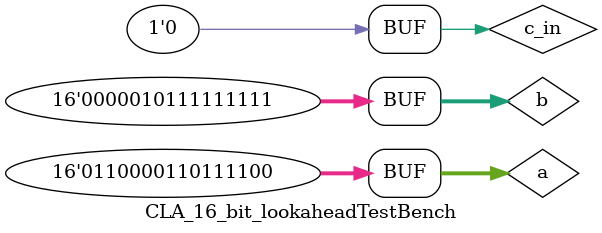
<source format=v>
`timescale 1ns / 1ps


/*
# ---------------------------------------------------------
    # COMPUTER ORGANIZATION LABORATORY
    # AUTUMN SEMESTER 2022
    # Assignment 3
    # Problem 2
    # Group No. 60
    # Abhay Kumar Keshari 20CS10001
    # Hardik Soni 20CS30023
# ---------------------------------------------------------
*/

module CLA_16_bit_lookaheadTestBench;

	// Inputs
	reg [15:0] a;
	reg [15:0] b;
	reg c_in;

	// Outputs
	wire [15:0] s;
	wire c_out;
	wire p;
	wire g;

	// Instantiate the Unit Under Test (UUT)
	CLA_16_bit_lookahead uut (
		.a(a), 
		.b(b), 
		.c_in(c_in), 
		.s(s), 
		.c_out(c_out), 
		.p(p), 
		.g(g)
	);

	initial begin
		$monitor("@%d ns, a = %d, b = %d, c_in = %d, s = %d, c_out = %d, p = %d, g = %d", $time, a, b, c_in, s, c_out, p, g);
		// Initialize Inputs
		a = 16'd32445; b = 16'd16785; c_in = 1'b0;
		#100;
		a = 16'd32145; b = 16'd16785; c_in = 1'b0;
		#100;
		a = 16'd12500; b = 16'd40535; c_in = 1'b1;
		#100;
		a = 16'd25021; b = 16'd40535; c_in = 1'b1;
		#100;
		a = 16'd25020; b = 16'd01535; c_in = 1'b0;
    end
      
endmodule


</source>
